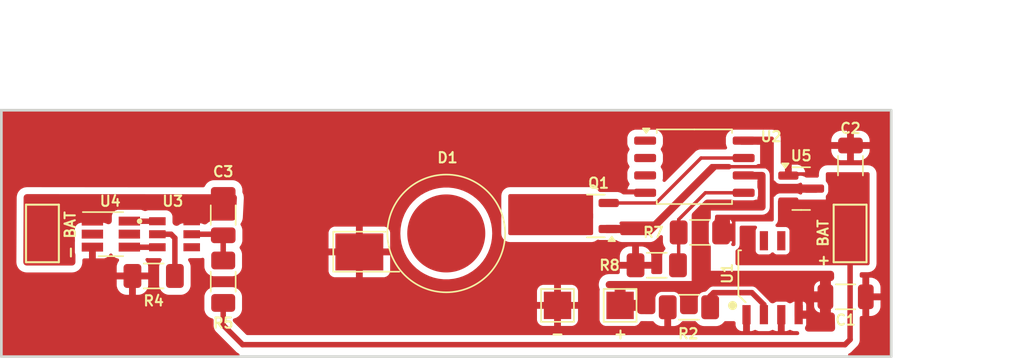
<source format=kicad_pcb>
(kicad_pcb (version 20221018) (generator pcbnew)
  (layers (0 "F.Cu" signal) (31 "B.Cu" signal) (34 "B.Paste" user) (35 "F.Paste" user) (36 "B.SilkS" user "B.Silkscreen") (37 "F.SilkS" user "F.Silkscreen") (38 "B.Mask" user) (39 "F.Mask" user) (44 "Edge.Cuts" user))
  (net 0 "")
  (net 1 "GND")
  (net 2 "/+Bat")
  (net 3 "Net-(U3-VCC)")
  (net 4 "/-Bat")
  (net 5 "Net-(U1-ISET)")
  (net 6 "Net-(U3-CS)")
  (net 8 "Net-(U3-OD)")
  (net 9 "Net-(U3-OC)")
  (net 13 "/LED1")
  (net 14 "/+Vin")
  (net 15 "+3V0")
  (net 16 "Net-(Q1-G)")
  (net 18 "Net-(U2B-+)")
  (footprint "PMIC-CN3063_SOIC8_:SOIC8-1.27-5X4MM" (layer "F.Cu") (at 156.337 94.234)
    (property "VALUE" "CN3063-SOIC8")
    (fp_text reference "U1" (at -3.311 -0.308 270) (layer "F.SilkS") (effects (font (size 0.75 0.75))))
    (fp_text value "PMIC-CN3163_SOIC8_")
    (fp_line (start -2.5 -2) (end -2.3 -2) (stroke (width 0.127)) (layer "F.SilkS"))
    (fp_line (start -2.5 1.26891) (end -2.5 -2) (stroke (width 0.127)) (layer "F.SilkS"))
    (fp_line (start -1.96891 1.8) (end -2.5 1.26891) (stroke (width 0.127)) (layer "F.SilkS"))
    (fp_circle (center -2.921 2.032) (end -2.5908 2.032) (fill solid) (layer "F.SilkS"))
    (pad "1" smd rect (at -1.905 2.7) (size 0.6 1.4) (layers "F.Cu" "F.Paste" "F.Mask") (net 1 "GND"))
    (pad "2" smd rect (at -0.635 2.7) (size 0.6 1.4) (layers "F.Cu" "F.Paste" "F.Mask") (net 5 "Net-(U1-ISET)"))
    (pad "3" smd rect (at 0.635 2.7) (size 0.6 1.4) (layers "F.Cu" "F.Paste" "F.Mask") (net 1 "GND"))
    (pad "4" smd rect (at 1.905 2.7) (size 0.6 1.4) (layers "F.Cu" "F.Paste" "F.Mask") (net 14 "/+Vin"))
    (pad "5" smd rect (at 1.905 -2.7) (size 0.6 1.4) (layers "F.Cu" "F.Paste" "F.Mask") (net 2 "/+Bat"))
    (pad "6" smd rect (at 0.635 -2.7) (size 0.6 1.4) (layers "F.Cu" "F.Paste" "F.Mask"))
    (pad "7" smd rect (at -0.635 -2.7) (size 0.6 1.4) (layers "F.Cu" "F.Paste" "F.Mask"))
    (pad "8" smd rect (at -1.905 -2.7) (size 0.6 1.4) (layers "F.Cu" "F.Paste" "F.Mask") (net 2 "/+Bat"))
  )
  (footprint "Resistor_SMD:R_1206_3216Metric_Pad1.30x1.75mm_HandSolder" (layer "F.Cu") (at 147.876 93.326 180)
    (fp_text reference "R8" (at 3.45 0) (layer "F.SilkS") (effects (font (size 0.75 0.75))))
    (fp_text value "R")
    (fp_line (start -0.727064 -0.91) (end 0.727064 -0.91) (stroke (width 0.12)) (layer "F.SilkS"))
    (fp_line (start -0.727064 0.91) (end 0.727064 0.91) (stroke (width 0.12)) (layer "F.SilkS"))
    (pad "1" smd roundrect (at -1.55 0 180) (size 1.3 1.75) (layers "F.Cu" "F.Paste" "F.Mask") (roundrect_rratio 0.192308) (net 18 "Net-(U2B-+)"))
    (pad "2" smd roundrect (at 1.55 0 180) (size 1.3 1.75) (layers "F.Cu" "F.Paste" "F.Mask") (roundrect_rratio 0.192308) (net 1 "GND"))
  )
  (footprint "Package_TO_SOT_SMD:SOT-23" (layer "F.Cu") (at 158.426 87.726)
    (fp_text reference "U5" (at 0 -2.4) (layer "F.SilkS") (effects (font (size 0.75 0.75))))
    (fp_text value "MCP1700x-300xxTT")
    (fp_line (start 0 -1.56) (end -0.65 -1.56) (stroke (width 0.12)) (layer "F.SilkS"))
    (fp_line (start 0 -1.56) (end 0.65 -1.56) (stroke (width 0.12)) (layer "F.SilkS"))
    (fp_line (start 0 1.56) (end -0.65 1.56) (stroke (width 0.12)) (layer "F.SilkS"))
    (fp_line (start 0 1.56) (end 0.65 1.56) (stroke (width 0.12)) (layer "F.SilkS"))
    (fp_poly (pts (xy -1.1625 -1.51) (xy -1.4025 -1.84) (xy -0.9225 -1.84) (xy -1.1625 -1.51)) (stroke (width 0.12)) (fill solid) (layer "F.SilkS"))
    (pad "1" smd roundrect (at -0.9375 -0.95) (size 1.475 0.6) (layers "F.Cu" "F.Paste" "F.Mask") (net 1 "GND"))
    (pad "2" smd roundrect (at -0.9375 0.95) (size 1.475 0.6) (layers "F.Cu" "F.Paste" "F.Mask") (net 2 "/+Bat"))
    (pad "3" smd roundrect (at 0.9375 0) (size 1.475 0.6) (layers "F.Cu" "F.Paste" "F.Mask") (net 15 "+3V0"))
  )
  (footprint "Package_TO_SOT_SMD:SOT-23-6_Handsoldering" (layer "F.Cu") (at 108 91.05)
    (fp_text reference "U4" (at -0.05 -2.404) (layer "F.SilkS") (effects (font (size 0.75 0.75))))
    (fp_text value "8205A")
    (fp_line (start -0.9 1.61) (end 0.9 1.61) (stroke (width 0.12)) (layer "F.SilkS"))
    (fp_line (start 0.9 -1.61) (end -2.05 -1.61) (stroke (width 0.12)) (layer "F.SilkS"))
    (pad "1" smd rect (at -1.35 -0.95) (size 1.56 0.65) (layers "F.Cu" "F.Paste" "F.Mask") (net 4 "/-Bat"))
    (pad "2" smd rect (at -1.35 0) (size 1.56 0.65) (layers "F.Cu" "F.Paste" "F.Mask"))
    (pad "3" smd rect (at -1.35 0.95) (size 1.56 0.65) (layers "F.Cu" "F.Paste" "F.Mask") (net 1 "GND"))
    (pad "4" smd rect (at 1.35 0.95) (size 1.56 0.65) (layers "F.Cu" "F.Paste" "F.Mask") (net 9 "Net-(U3-OC)"))
    (pad "5" smd rect (at 1.35 0) (size 1.56 0.65) (layers "F.Cu" "F.Paste" "F.Mask"))
    (pad "6" smd rect (at 1.35 -0.95) (size 1.56 0.65) (layers "F.Cu" "F.Paste" "F.Mask") (net 8 "Net-(U3-OD)"))
  )
  (footprint "TestPoint:TestPoint_Keystone_5019_Minature" (layer "F.Cu") (at 103 91 90)
    (fp_text reference "TP4")
    (fp_text value "- BAT" (at -0.126 2.026 90) (layer "F.SilkS") (effects (font (size 0.75 0.75))))
    (fp_line (start -2.1 -1.2) (end 2.1 -1.2) (stroke (width 0.15)) (layer "F.SilkS"))
    (fp_line (start -2.1 1.2) (end -2.1 -1.2) (stroke (width 0.15)) (layer "F.SilkS"))
    (fp_line (start 2.1 -1.2) (end 2.1 1.2) (stroke (width 0.15)) (layer "F.SilkS"))
    (fp_line (start 2.1 1.2) (end -2.1 1.2) (stroke (width 0.15)) (layer "F.SilkS"))
    (pad "1" smd rect (at 0 0 90) (size 3.8 2) (layers "F.Cu" "F.Paste" "F.Mask") (net 4 "/-Bat"))
  )
  (footprint "Resistor_SMD:R_1206_3216Metric_Pad1.30x1.75mm_HandSolder" (layer "F.Cu") (at 111.125 94.107 180)
    (fp_text reference "R4" (at 0 -1.82) (layer "F.SilkS") (effects (font (size 0.75 0.75))))
    (fp_text value "10k")
    (fp_line (start -0.727064 -0.91) (end 0.727064 -0.91) (stroke (width 0.12)) (layer "F.SilkS"))
    (fp_line (start -0.727064 0.91) (end 0.727064 0.91) (stroke (width 0.12)) (layer "F.SilkS"))
    (pad "1" smd roundrect (at -1.55 0 180) (size 1.3 1.75) (layers "F.Cu" "F.Paste" "F.Mask") (roundrect_rratio 0.192308) (net 6 "Net-(U3-CS)"))
    (pad "2" smd roundrect (at 1.55 0 180) (size 1.3 1.75) (layers "F.Cu" "F.Paste" "F.Mask") (roundrect_rratio 0.192308) (net 1 "GND"))
  )
  (footprint "LED_SMD:LED_1W_3W_R8" (layer "F.Cu") (at 132.5 91)
    (fp_text reference "D1" (at 0.088 -5.529) (layer "F.SilkS") (effects (font (size 0.75 0.75))))
    (fp_text value "LED")
    (fp_line (start -8.255 -0.127) (end -8.255 2.794) (stroke (width 0.12)) (layer "F.SilkS"))
    (fp_line (start -8.255 2.794) (end -3.429 2.794) (stroke (width 0.12)) (layer "F.SilkS"))
    (fp_line (start -4.445 -0.127) (end -8.255 -0.127) (stroke (width 0.12)) (layer "F.SilkS"))
    (fp_circle (center 0 0) (end -4.3 0) (stroke (width 0.12)) (fill none) (layer "F.SilkS"))
    (pad "1" smd rect (at -6.35 1.35) (size 3.5 2.7) (layers "F.Cu" "F.Paste" "F.Mask") (net 1 "GND"))
    (pad "2" smd rect (at 6.35 -1.35) (size 3.5 2.7) (layers "F.Cu" "F.Paste" "F.Mask") (net 13 "/LED1"))
    (pad "3" smd circle (at 0 0) (size 5.7 5.7) (layers "F.Cu" "F.Paste" "F.Mask"))
  )
  (footprint "Resistor_SMD:R_1206_3216Metric_Pad1.30x1.75mm_HandSolder" (layer "F.Cu") (at 116.205 94.526 -90)
    (fp_text reference "R5" (at 3.022 0) (layer "F.SilkS") (effects (font (size 0.75 0.75))))
    (fp_text value "100")
    (fp_line (start -0.727064 -0.91) (end 0.727064 -0.91) (stroke (width 0.12)) (layer "F.SilkS"))
    (fp_line (start -0.727064 0.91) (end 0.727064 0.91) (stroke (width 0.12)) (layer "F.SilkS"))
    (pad "1" smd roundrect (at -1.55 0 270) (size 1.3 1.75) (layers "F.Cu" "F.Paste" "F.Mask") (roundrect_rratio 0.192308) (net 3 "Net-(U3-VCC)"))
    (pad "2" smd roundrect (at 1.55 0 270) (size 1.3 1.75) (layers "F.Cu" "F.Paste" "F.Mask") (roundrect_rratio 0.192308) (net 2 "/+Bat"))
  )
  (footprint "Capacitor_SMD:C_1206_3216Metric" (layer "F.Cu") (at 116.205 89.662 90)
    (fp_text reference "C3" (at 3.175 0 180) (layer "F.SilkS") (effects (font (size 0.75 0.75))))
    (fp_text value "100nF")
    (fp_line (start -0.711252 -0.91) (end 0.711252 -0.91) (stroke (width 0.12)) (layer "F.SilkS"))
    (fp_line (start -0.711252 0.91) (end 0.711252 0.91) (stroke (width 0.12)) (layer "F.SilkS"))
    (pad "1" smd roundrect (at -1.475 0 90) (size 1.15 1.8) (layers "F.Cu" "F.Paste" "F.Mask") (roundrect_rratio 0.217391) (net 3 "Net-(U3-VCC)"))
    (pad "2" smd roundrect (at 1.475 0 90) (size 1.15 1.8) (layers "F.Cu" "F.Paste" "F.Mask") (roundrect_rratio 0.217391) (net 4 "/-Bat"))
  )
  (footprint "Resistor_SMD:R_1206_3216Metric_Pad1.30x1.75mm_HandSolder" (layer "F.Cu") (at 151.026 90.926 180)
    (fp_text reference "R7" (at 3.4 0) (layer "F.SilkS") (effects (font (size 0.75 0.75))))
    (fp_text value "R")
    (fp_line (start -0.727064 -0.91) (end 0.727064 -0.91) (stroke (width 0.12)) (layer "F.SilkS"))
    (fp_line (start -0.727064 0.91) (end 0.727064 0.91) (stroke (width 0.12)) (layer "F.SilkS"))
    (pad "1" smd roundrect (at -1.55 0 180) (size 1.3 1.75) (layers "F.Cu" "F.Paste" "F.Mask") (roundrect_rratio 0.192308) (net 15 "+3V0"))
    (pad "2" smd roundrect (at 1.55 0 180) (size 1.3 1.75) (layers "F.Cu" "F.Paste" "F.Mask") (roundrect_rratio 0.192308) (net 18 "Net-(U2B-+)"))
  )
  (footprint "Capacitor_SMD:C_1206_3216Metric" (layer "F.Cu") (at 161.671 95.631)
    (fp_text reference "C1" (at 0 1.695) (layer "F.SilkS") (effects (font (size 0.75 0.75))))
    (fp_text value "1uF")
    (fp_line (start -0.711252 -0.91) (end 0.711252 -0.91) (stroke (width 0.12)) (layer "F.SilkS"))
    (fp_line (start -0.711252 0.91) (end 0.711252 0.91) (stroke (width 0.12)) (layer "F.SilkS"))
    (pad "1" smd roundrect (at -1.475 0) (size 1.15 1.8) (layers "F.Cu" "F.Paste" "F.Mask") (roundrect_rratio 0.217391) (net 14 "/+Vin"))
    (pad "2" smd roundrect (at 1.475 0) (size 1.15 1.8) (layers "F.Cu" "F.Paste" "F.Mask") (roundrect_rratio 0.217391) (net 1 "GND"))
  )
  (footprint "Capacitor_SMD:C_1206_3216Metric" (layer "F.Cu") (at 162.026 86.051 90)
    (fp_text reference "C2" (at 2.725 0 180) (layer "F.SilkS") (effects (font (size 0.75 0.75))))
    (fp_text value "1uF")
    (fp_line (start -0.711252 -0.91) (end 0.711252 -0.91) (stroke (width 0.12)) (layer "F.SilkS"))
    (fp_line (start -0.711252 0.91) (end 0.711252 0.91) (stroke (width 0.12)) (layer "F.SilkS"))
    (pad "1" smd roundrect (at -1.475 0 90) (size 1.15 1.8) (layers "F.Cu" "F.Paste" "F.Mask") (roundrect_rratio 0.217391) (net 2 "/+Bat"))
    (pad "2" smd roundrect (at 1.475 0 90) (size 1.15 1.8) (layers "F.Cu" "F.Paste" "F.Mask") (roundrect_rratio 0.217391) (net 1 "GND"))
  )
  (footprint "Resistor_SMD:R_1206_3216Metric_Pad1.30x1.75mm_HandSolder" (layer "F.Cu") (at 150.226 96.393 180)
    (fp_text reference "R2" (at 0.05 -1.933) (layer "F.SilkS") (effects (font (size 0.75 0.75))))
    (fp_text value "10k")
    (fp_line (start -0.727064 -0.91) (end 0.727064 -0.91) (stroke (width 0.12)) (layer "F.SilkS"))
    (fp_line (start -0.727064 0.91) (end 0.727064 0.91) (stroke (width 0.12)) (layer "F.SilkS"))
    (pad "1" smd roundrect (at -1.55 0 180) (size 1.3 1.75) (layers "F.Cu" "F.Paste" "F.Mask") (roundrect_rratio 0.192308) (net 5 "Net-(U1-ISET)"))
    (pad "2" smd roundrect (at 1.55 0 180) (size 1.3 1.75) (layers "F.Cu" "F.Paste" "F.Mask") (roundrect_rratio 0.192308) (net 1 "GND"))
  )
  (footprint "DW01A:SOT95P280X145-6N" (layer "F.Cu") (at 112.649 91.059)
    (fp_text reference "U3" (at -0.127 -2.413) (layer "F.SilkS") (effects (font (size 0.75 0.75))))
    (fp_text value "DW01A")
    (fp_circle (center -2.555 -0.95) (end -2.455 -0.95) (stroke (width 0.2)) (fill none) (layer "F.SilkS"))
    (pad "1" smd rect (at -1.255 -0.95) (size 1.21 0.59) (layers "F.Cu" "F.Paste" "F.Mask") (net 8 "Net-(U3-OD)"))
    (pad "2" smd rect (at -1.255 0) (size 1.21 0.59) (layers "F.Cu" "F.Paste" "F.Mask") (net 6 "Net-(U3-CS)"))
    (pad "3" smd rect (at -1.255 0.95) (size 1.21 0.59) (layers "F.Cu" "F.Paste" "F.Mask") (net 9 "Net-(U3-OC)"))
    (pad "4" smd rect (at 1.255 0.95) (size 1.21 0.59) (layers "F.Cu" "F.Paste" "F.Mask"))
    (pad "5" smd rect (at 1.255 0) (size 1.21 0.59) (layers "F.Cu" "F.Paste" "F.Mask") (net 3 "Net-(U3-VCC)"))
    (pad "6" smd rect (at 1.255 -0.95) (size 1.21 0.59) (layers "F.Cu" "F.Paste" "F.Mask") (net 4 "/-Bat"))
  )
  (footprint "TestPoint:TestPoint_Keystone_5019_Minature" (layer "F.Cu") (at 162 91 90)
    (fp_text reference "TP3")
    (fp_text value "+ BAT" (at -0.726 -1.974 90) (layer "F.SilkS") (effects (font (size 0.75 0.75))))
    (fp_line (start -2.1 -1.2) (end 2.1 -1.2) (stroke (width 0.15)) (layer "F.SilkS"))
    (fp_line (start -2.1 1.2) (end -2.1 -1.2) (stroke (width 0.15)) (layer "F.SilkS"))
    (fp_line (start 2.1 -1.2) (end 2.1 1.2) (stroke (width 0.15)) (layer "F.SilkS"))
    (fp_line (start 2.1 1.2) (end -2.1 1.2) (stroke (width 0.15)) (layer "F.SilkS"))
    (pad "1" smd rect (at 0 0 90) (size 3.8 2) (layers "F.Cu" "F.Paste" "F.Mask") (net 2 "/+Bat"))
  )
  (footprint "TestPoint:TestPoint_Pad_2.0x2.0mm" (layer "F.Cu") (at 145.198 96.256)
    (fp_text reference "TP1")
    (fp_text value "+" (at 0.028 2.07) (layer "F.SilkS") (effects (font (size 0.75 0.75))))
    (fp_line (start -1.2 -1.2) (end 1.2 -1.2) (stroke (width 0.12)) (layer "F.SilkS"))
    (fp_line (start -1.2 1.2) (end -1.2 -1.2) (stroke (width 0.12)) (layer "F.SilkS"))
    (fp_line (start 1.2 -1.2) (end 1.2 1.2) (stroke (width 0.12)) (layer "F.SilkS"))
    (fp_line (start 1.2 1.2) (end -1.2 1.2) (stroke (width 0.12)) (layer "F.SilkS"))
    (pad "1" smd rect (at 0 0) (size 2 2) (layers "F.Cu" "F.Mask") (net 14 "/+Vin"))
  )
  (footprint "Package_SO:SOP-8_5.28x5.23mm_P1.27mm" (layer "F.Cu") (at 150.626 86.126)
    (fp_text reference "U2" (at 5.6 -2.2) (layer "F.SilkS") (effects (font (size 0.75 0.75))))
    (fp_text value "LM393")
    (fp_line (start -2.75 -2.725) (end -2.75 -2.465) (stroke (width 0.12)) (layer "F.SilkS"))
    (fp_line (start -2.75 2.725) (end -2.75 2.465) (stroke (width 0.12)) (layer "F.SilkS"))
    (fp_line (start 0 -2.725) (end -2.75 -2.725) (stroke (width 0.12)) (layer "F.SilkS"))
    (fp_line (start 0 -2.725) (end 2.75 -2.725) (stroke (width 0.12)) (layer "F.SilkS"))
    (fp_line (start 0 2.725) (end -2.75 2.725) (stroke (width 0.12)) (layer "F.SilkS"))
    (fp_line (start 0 2.725) (end 2.75 2.725) (stroke (width 0.12)) (layer "F.SilkS"))
    (fp_line (start 2.75 -2.725) (end 2.75 -2.465) (stroke (width 0.12)) (layer "F.SilkS"))
    (fp_line (start 2.75 2.725) (end 2.75 2.465) (stroke (width 0.12)) (layer "F.SilkS"))
    (fp_poly (pts (xy -3.52 -2.465) (xy -3.76 -2.795) (xy -3.28 -2.795) (xy -3.52 -2.465)) (stroke (width 0.12)) (fill solid) (layer "F.SilkS"))
    (pad "1" smd roundrect (at -3.6 -1.905) (size 1.6 0.6) (layers "F.Cu" "F.Paste" "F.Mask"))
    (pad "2" smd roundrect (at -3.6 -0.635) (size 1.6 0.6) (layers "F.Cu" "F.Paste" "F.Mask"))
    (pad "3" smd roundrect (at -3.6 0.635) (size 1.6 0.6) (layers "F.Cu" "F.Paste" "F.Mask"))
    (pad "4" smd roundrect (at -3.6 1.905) (size 1.6 0.6) (layers "F.Cu" "F.Paste" "F.Mask") (net 1 "GND"))
    (pad "5" smd roundrect (at 3.6 1.905) (size 1.6 0.6) (layers "F.Cu" "F.Paste" "F.Mask") (net 18 "Net-(U2B-+)"))
    (pad "6" smd roundrect (at 3.6 0.635) (size 1.6 0.6) (layers "F.Cu" "F.Paste" "F.Mask") (net 14 "/+Vin"))
    (pad "7" smd roundrect (at 3.6 -0.635) (size 1.6 0.6) (layers "F.Cu" "F.Paste" "F.Mask") (net 16 "Net-(Q1-G)"))
    (pad "8" smd roundrect (at 3.6 -1.905) (size 1.6 0.6) (layers "F.Cu" "F.Paste" "F.Mask") (net 15 "+3V0"))
  )
  (footprint "Package_TO_SOT_SMD:SOT-23" (layer "F.Cu") (at 143.426 89.726 180)
    (fp_text reference "Q1" (at -0.2 2.4) (layer "F.SilkS") (effects (font (size 0.75 0.75))))
    (fp_text value "AO3400")
    (fp_line (start 0 -1.56) (end -0.65 -1.56) (stroke (width 0.12)) (layer "F.SilkS"))
    (fp_line (start 0 -1.56) (end 0.65 -1.56) (stroke (width 0.12)) (layer "F.SilkS"))
    (fp_line (start 0 1.56) (end -0.65 1.56) (stroke (width 0.12)) (layer "F.SilkS"))
    (fp_line (start 0 1.56) (end 0.65 1.56) (stroke (width 0.12)) (layer "F.SilkS"))
    (fp_poly (pts (xy -1.1625 -1.51) (xy -1.4025 -1.84) (xy -0.9225 -1.84) (xy -1.1625 -1.51)) (stroke (width 0.12)) (fill solid) (layer "F.SilkS"))
    (pad "1" smd roundrect (at -0.9375 -0.95 180) (size 1.475 0.6) (layers "F.Cu" "F.Paste" "F.Mask") (net 15 "+3V0"))
    (pad "2" smd roundrect (at -0.9375 0.95 180) (size 1.475 0.6) (layers "F.Cu" "F.Paste" "F.Mask") (net 16 "Net-(Q1-G)"))
    (pad "3" smd roundrect (at 0.9375 0 180) (size 1.475 0.6) (layers "F.Cu" "F.Paste" "F.Mask") (net 13 "/LED1"))
  )
  (footprint "TestPoint:TestPoint_Pad_2.0x2.0mm" (layer "F.Cu") (at 140.626 96.256)
    (fp_text reference "TP2")
    (fp_text value "-" (at 0 2.07) (layer "F.SilkS") (effects (font (size 0.75 0.75))))
    (fp_line (start -1.2 -1.2) (end 1.2 -1.2) (stroke (width 0.12)) (layer "F.SilkS"))
    (fp_line (start -1.2 1.2) (end -1.2 -1.2) (stroke (width 0.12)) (layer "F.SilkS"))
    (fp_line (start 1.2 -1.2) (end 1.2 1.2) (stroke (width 0.12)) (layer "F.SilkS"))
    (fp_line (start 1.2 1.2) (end -1.2 1.2) (stroke (width 0.12)) (layer "F.SilkS"))
    (pad "1" smd rect (at 0 0) (size 2 2) (layers "F.Cu" "F.Mask") (net 1 "GND"))
  )
  (gr_rect (start 100 82) (end 165 100) (stroke (width 0.2)) (fill none) (layer "Edge.Cuts"))
  (segment (start 162 98.752) (end 161.626 99.126) (width 0.4) (layer "F.Cu") (net 2))
  (segment (start 117.626 99.126) (end 116.205 97.705) (width 0.4) (layer "F.Cu") (net 2))
  (segment (start 162 91) (end 162 98.752) (width 0.4) (layer "F.Cu") (net 2))
  (segment (start 116.205 97.705) (end 116.205 96.076) (width 0.4) (layer "F.Cu") (net 2))
  (segment (start 161.626 99.126) (end 117.626 99.126) (width 0.4) (layer "F.Cu") (net 2))
  (segment (start 116.205 91.137) (end 116.205 92.976) (width 0.4) (layer "F.Cu") (net 3))
  (segment (start 116.078 91.059) (end 113.904 91.059) (width 0.4) (layer "F.Cu") (net 3))
  (segment (start 155.702 96.202) (end 155.702 96.934) (width 0.4) (layer "F.Cu") (net 5))
  (segment (start 154.826 95.326) (end 155.702 96.202) (width 0.4) (layer "F.Cu") (net 5))
  (segment (start 152.026 95.326) (end 154.826 95.326) (width 0.4) (layer "F.Cu") (net 5))
  (segment (start 151.776 96.393) (end 151.776 95.576) (width 0.4) (layer "F.Cu") (net 5))
  (segment (start 151.776 95.576) (end 152.026 95.326) (width 0.4) (layer "F.Cu") (net 5))
  (segment (start 112.395 91.059) (end 112.675 91.339) (width 0.4) (layer "F.Cu") (net 6))
  (segment (start 112.675 91.339) (end 112.675 94.107) (width 0.4) (layer "F.Cu") (net 6))
  (segment (start 111.394 91.059) (end 112.395 91.059) (width 0.4) (layer "F.Cu") (net 6))
  (segment (start 109.359 90.109) (end 109.35 90.1) (width 0.4) (layer "F.Cu") (net 8))
  (segment (start 111.394 90.109) (end 109.359 90.109) (width 0.4) (layer "F.Cu") (net 8))
  (segment (start 109.359 92.009) (end 109.35 92) (width 0.4) (layer "F.Cu") (net 9))
  (segment (start 111.394 92.009) (end 109.359 92.009) (width 0.4) (layer "F.Cu") (net 9))
  (segment (start 156.026 86.126) (end 152.626 86.126) (width 0.25) (layer "F.Cu") (net 15))
  (segment (start 154.226 85.491) (end 151.111 85.491) (width 0.25) (layer "F.Cu") (net 16))
  (segment (start 151.111 85.491) (end 147.826 88.776) (width 0.25) (layer "F.Cu") (net 16))
  (segment (start 147.826 88.776) (end 144.3635 88.776) (width 0.25) (layer "F.Cu") (net 16))
  (segment (start 149.476 89.981) (end 151.426 88.031) (width 0.25) (layer "F.Cu") (net 18))
  (segment (start 149.476 90.926) (end 149.476 89.981) (width 0.25) (layer "F.Cu") (net 18))
  (segment (start 149.476 93.276) (end 149.426 93.326) (width 0.25) (layer "F.Cu") (net 18))
  (segment (start 149.476 90.926) (end 149.476 93.276) (width 0.25) (layer "F.Cu") (net 18))
  (segment (start 151.426 88.031) (end 154.226 88.031) (width 0.25) (layer "F.Cu") (net 18))
  (zone (net 4) (net_name "/-Bat") (layer "F.Cu") (priority 1) (connect_pads thru_hole_only (clearance 0.5)) (min_thickness 0.5) (fill yes (thermal_gap 0.4) (thermal_bridge_width 0.8))
    (polygon (pts (xy 101.626 88.126) (xy 117.221 88.138) (xy 117.094 90.551) (xy 105.41 90.551) (xy 105.41 93.345) (xy 101.6 93.345)))
  )
  (zone (net 13) (net_name "/LED1") (layer "F.Cu") (priority 3) (connect_pads yes (clearance 0.3)) (min_thickness 0.25) (fill yes (thermal_gap 0.25) (thermal_bridge_width 1.5))
    (polygon (pts (xy 137.026 88.126) (xy 143.226 88.126) (xy 143.226 91.126) (xy 137.026 91.126)))
  )
  (zone (net 15) (net_name "+3V0") (layer "F.Cu") (priority 4) (connect_pads (clearance 0.3)) (min_thickness 0.25) (fill yes (thermal_gap 0.15) (thermal_bridge_width 1.5))
    (polygon (pts (xy 155.826 89.326) (xy 151.826 89.326) (xy 151.826 91.926) (xy 153.626 91.926) (xy 153.626 90.126) (xy 156.426 90.126) (xy 156.420607 88.326) (xy 160.226 88.326) (xy 160.226 87.126) (xy 156.426 87.126) (xy 156.426 83.926) (xy 153.226 83.926) (xy 153.226 84.526) (xy 155.426 84.526) (xy 155.426 85.926) (xy 151.826 85.926) (xy 147.626 90.126) (xy 143.626 90.126) (xy 143.626 91.126) (xy 147.426 91.126) (xy 152.226 86.326) (xy 155.826 86.326)))
  )
  (zone (net 2) (net_name "/+Bat") (layer "F.Cu") (priority 2) (connect_pads yes (clearance 0.3)) (min_thickness 0.25) (fill yes (thermal_gap 0.5) (thermal_bridge_width 0.5))
    (polygon (pts (xy 163.426 93.326) (xy 163.426 86.526) (xy 160.226 86.526) (xy 160.226 88.526) (xy 156.420607 88.526) (xy 156.426 90.126) (xy 153.626 90.126) (xy 153.626 93.326)))
  )
  (zone (net 1) (net_name "GND") (layer "F.Cu") (connect_pads (clearance 0.5)) (min_thickness 0.25) (fill yes (thermal_gap 0.5) (thermal_bridge_width 0.5))
    (polygon (pts (xy 100 100) (xy 100 82) (xy 165 82) (xy 165 100)))
  )
  (zone (net 14) (net_name "/+Vin") (layer "F.Cu") (priority 6) (connect_pads (clearance 0.25)) (min_thickness 0.5) (fill yes (thermal_gap 0.25) (thermal_bridge_width 0.8))
    (polygon (pts (xy 144.145 94.4752) (xy 150.426 94.4752) (xy 150.426 88.526) (xy 155.226 88.526) (xy 155.226 87.126) (xy 153.226 87.126) (xy 153.226 86.326) (xy 155.826 86.326) (xy 155.826 89.326) (xy 151.826 89.326) (xy 151.826 93.726) (xy 160.826 93.726) (xy 160.909 98.171) (xy 153.924 98.171) (xy 153.924 96.901) (xy 147.32 96.901) (xy 144.1196 96.8756) (xy 144.145 96.8756)))
  )
)
</source>
